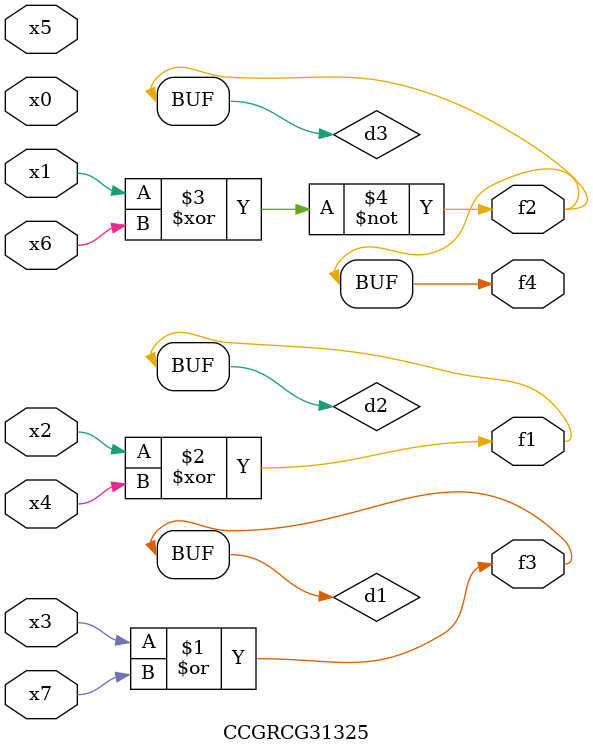
<source format=v>
module CCGRCG31325(
	input x0, x1, x2, x3, x4, x5, x6, x7,
	output f1, f2, f3, f4
);

	wire d1, d2, d3;

	or (d1, x3, x7);
	xor (d2, x2, x4);
	xnor (d3, x1, x6);
	assign f1 = d2;
	assign f2 = d3;
	assign f3 = d1;
	assign f4 = d3;
endmodule

</source>
